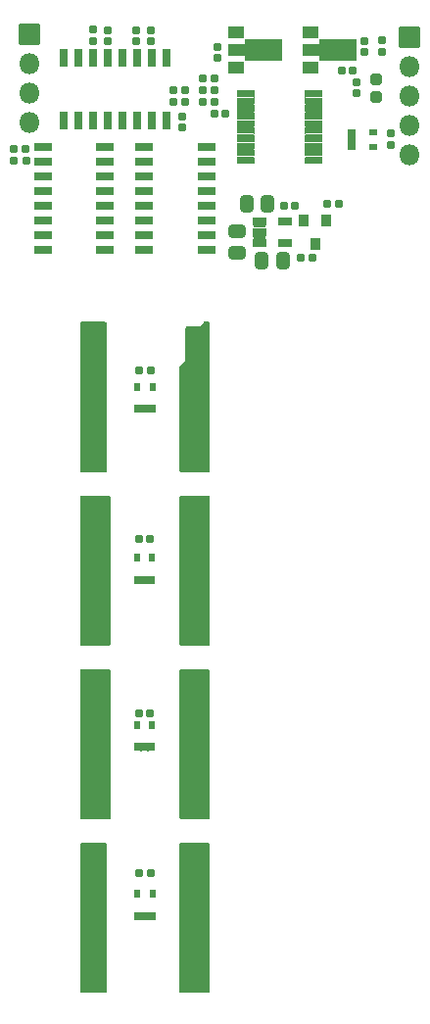
<source format=gbr>
%TF.GenerationSoftware,KiCad,Pcbnew,(6.0.0)*%
%TF.CreationDate,2022-08-23T17:29:19+02:00*%
%TF.ProjectId,TempSpike,54656d70-5370-4696-9b65-2e6b69636164,rev?*%
%TF.SameCoordinates,Original*%
%TF.FileFunction,Soldermask,Top*%
%TF.FilePolarity,Negative*%
%FSLAX46Y46*%
G04 Gerber Fmt 4.6, Leading zero omitted, Abs format (unit mm)*
G04 Created by KiCad (PCBNEW (6.0.0)) date 2022-08-23 17:29:19*
%MOMM*%
%LPD*%
G01*
G04 APERTURE LIST*
G04 Aperture macros list*
%AMRoundRect*
0 Rectangle with rounded corners*
0 $1 Rounding radius*
0 $2 $3 $4 $5 $6 $7 $8 $9 X,Y pos of 4 corners*
0 Add a 4 corners polygon primitive as box body*
4,1,4,$2,$3,$4,$5,$6,$7,$8,$9,$2,$3,0*
0 Add four circle primitives for the rounded corners*
1,1,$1+$1,$2,$3*
1,1,$1+$1,$4,$5*
1,1,$1+$1,$6,$7*
1,1,$1+$1,$8,$9*
0 Add four rect primitives between the rounded corners*
20,1,$1+$1,$2,$3,$4,$5,0*
20,1,$1+$1,$4,$5,$6,$7,0*
20,1,$1+$1,$6,$7,$8,$9,0*
20,1,$1+$1,$8,$9,$2,$3,0*%
%AMFreePoly0*
4,1,21,3.898562,0.902562,3.913500,0.866500,3.913500,-0.866500,3.898562,-0.902562,3.862500,-0.917500,0.737500,-0.917500,0.701438,-0.902562,0.686500,-0.866500,0.686500,-0.501000,-0.737500,-0.501000,-0.773562,-0.486062,-0.788500,-0.450000,-0.788500,0.450000,-0.773562,0.486062,-0.737500,0.501000,0.686500,0.501000,0.686500,0.866500,0.701438,0.902562,0.737500,0.917500,3.862500,0.917500,
3.898562,0.902562,3.898562,0.902562,$1*%
G04 Aperture macros list end*
%ADD10RoundRect,0.051000X-1.000000X-1.000000X1.000000X-1.000000X1.000000X1.000000X-1.000000X1.000000X0*%
%ADD11RoundRect,0.051000X0.200000X-0.325000X0.200000X0.325000X-0.200000X0.325000X-0.200000X-0.325000X0*%
%ADD12RoundRect,0.191000X0.140000X0.170000X-0.140000X0.170000X-0.140000X-0.170000X0.140000X-0.170000X0*%
%ADD13RoundRect,0.186000X0.135000X0.185000X-0.135000X0.185000X-0.135000X-0.185000X0.135000X-0.185000X0*%
%ADD14RoundRect,0.051000X0.750000X0.300000X-0.750000X0.300000X-0.750000X-0.300000X0.750000X-0.300000X0*%
%ADD15RoundRect,0.191000X-0.170000X0.140000X-0.170000X-0.140000X0.170000X-0.140000X0.170000X0.140000X0*%
%ADD16RoundRect,0.191000X0.170000X-0.140000X0.170000X0.140000X-0.170000X0.140000X-0.170000X-0.140000X0*%
%ADD17RoundRect,0.051000X-0.725000X-0.225000X0.725000X-0.225000X0.725000X0.225000X-0.725000X0.225000X0*%
%ADD18RoundRect,0.051000X-0.300000X0.750000X-0.300000X-0.750000X0.300000X-0.750000X0.300000X0.750000X0*%
%ADD19RoundRect,0.191000X-0.140000X-0.170000X0.140000X-0.170000X0.140000X0.170000X-0.140000X0.170000X0*%
%ADD20RoundRect,0.051000X-0.650000X-0.450000X0.650000X-0.450000X0.650000X0.450000X-0.650000X0.450000X0*%
%ADD21FreePoly0,0.000000*%
%ADD22RoundRect,0.186000X-0.135000X-0.185000X0.135000X-0.185000X0.135000X0.185000X-0.135000X0.185000X0*%
%ADD23RoundRect,0.051000X-0.530000X-0.325000X0.530000X-0.325000X0.530000X0.325000X-0.530000X0.325000X0*%
%ADD24RoundRect,0.269750X0.256250X-0.218750X0.256250X0.218750X-0.256250X0.218750X-0.256250X-0.218750X0*%
%ADD25RoundRect,0.051000X-0.400000X0.450000X-0.400000X-0.450000X0.400000X-0.450000X0.400000X0.450000X0*%
%ADD26RoundRect,0.186000X0.185000X-0.135000X0.185000X0.135000X-0.185000X0.135000X-0.185000X-0.135000X0*%
%ADD27RoundRect,0.051000X-0.325000X-0.200000X0.325000X-0.200000X0.325000X0.200000X-0.325000X0.200000X0*%
%ADD28RoundRect,0.051000X-0.850000X-0.850000X0.850000X-0.850000X0.850000X0.850000X-0.850000X0.850000X0*%
%ADD29O,1.802000X1.802000*%
%ADD30RoundRect,0.301000X0.262500X0.450000X-0.262500X0.450000X-0.262500X-0.450000X0.262500X-0.450000X0*%
%ADD31RoundRect,0.301000X-0.262500X-0.450000X0.262500X-0.450000X0.262500X0.450000X-0.262500X0.450000X0*%
%ADD32RoundRect,0.301000X-0.450000X0.262500X-0.450000X-0.262500X0.450000X-0.262500X0.450000X0.262500X0*%
G04 APERTURE END LIST*
D10*
%TO.C,J10*%
X148700000Y-73500000D03*
%TD*%
%TO.C,J3*%
X148500000Y-103500000D03*
%TD*%
%TO.C,J4*%
X148717000Y-117820000D03*
%TD*%
%TO.C,J5*%
X157510000Y-88500000D03*
%TD*%
%TO.C,J6*%
X148500000Y-88500000D03*
%TD*%
%TO.C,J7*%
X157226000Y-117729000D03*
%TD*%
%TO.C,J8*%
X157099000Y-103500000D03*
%TD*%
%TO.C,J9*%
X157400000Y-73500000D03*
%TD*%
D11*
%TO.C,U5*%
X152350000Y-118350000D03*
X153000000Y-118350000D03*
X153650000Y-118350000D03*
X153650000Y-116450000D03*
X152350000Y-116450000D03*
%TD*%
%TO.C,U7*%
X152300000Y-89310000D03*
X152950000Y-89310000D03*
X153600000Y-89310000D03*
X153600000Y-87410000D03*
X152300000Y-87410000D03*
%TD*%
%TO.C,U10*%
X152350000Y-74510000D03*
X153000000Y-74510000D03*
X153650000Y-74510000D03*
X153650000Y-72610000D03*
X152350000Y-72610000D03*
%TD*%
%TO.C,U11*%
X152310000Y-103750000D03*
X152960000Y-103750000D03*
X153610000Y-103750000D03*
X153610000Y-101850000D03*
X152310000Y-101850000D03*
%TD*%
D12*
%TO.C,C9*%
X153480000Y-114600000D03*
X152520000Y-114600000D03*
%TD*%
%TO.C,C12*%
X153430000Y-85800000D03*
X152470000Y-85800000D03*
%TD*%
%TO.C,C14*%
X153440000Y-100800000D03*
X152480000Y-100800000D03*
%TD*%
%TO.C,C13*%
X153480000Y-71200000D03*
X152520000Y-71200000D03*
%TD*%
D13*
%TO.C,R13*%
X169800000Y-56800000D03*
X168780000Y-56800000D03*
%TD*%
D14*
%TO.C,U9*%
X158320000Y-60815000D03*
X158320000Y-59545000D03*
X158320000Y-58275000D03*
X158320000Y-57005000D03*
X158320000Y-55735000D03*
X158320000Y-54465000D03*
X158320000Y-53195000D03*
X158320000Y-51925000D03*
X152920000Y-51925000D03*
X152920000Y-53195000D03*
X152920000Y-54465000D03*
X152920000Y-55735000D03*
X152920000Y-57005000D03*
X152920000Y-58275000D03*
X152920000Y-59545000D03*
X152920000Y-60815000D03*
%TD*%
D12*
%TO.C,C7*%
X159960000Y-49000000D03*
X159000000Y-49000000D03*
%TD*%
D15*
%TO.C,C4*%
X156250000Y-49250000D03*
X156250000Y-50210000D03*
%TD*%
%TO.C,C1*%
X149750000Y-41790000D03*
X149750000Y-42750000D03*
%TD*%
%TO.C,C8*%
X172000000Y-42724500D03*
X172000000Y-43684500D03*
%TD*%
%TO.C,C6*%
X152250000Y-41790000D03*
X152250000Y-42750000D03*
%TD*%
D14*
%TO.C,U8*%
X149570000Y-60815000D03*
X149570000Y-59545000D03*
X149570000Y-58275000D03*
X149570000Y-57005000D03*
X149570000Y-55735000D03*
X149570000Y-54465000D03*
X149570000Y-53195000D03*
X149570000Y-51925000D03*
X144170000Y-51925000D03*
X144170000Y-53195000D03*
X144170000Y-54465000D03*
X144170000Y-55735000D03*
X144170000Y-57005000D03*
X144170000Y-58275000D03*
X144170000Y-59545000D03*
X144170000Y-60815000D03*
%TD*%
D16*
%TO.C,C2*%
X153500000Y-42750000D03*
X153500000Y-41790000D03*
%TD*%
D17*
%TO.C,U4*%
X161690000Y-47230000D03*
X161690000Y-47880000D03*
X161690000Y-48530000D03*
X161690000Y-49180000D03*
X161690000Y-49830000D03*
X161690000Y-50480000D03*
X161690000Y-51130000D03*
X161690000Y-51780000D03*
X161690000Y-52430000D03*
X161690000Y-53080000D03*
X167590000Y-53080000D03*
X167590000Y-52430000D03*
X167590000Y-51780000D03*
X167590000Y-51130000D03*
X167590000Y-50480000D03*
X167590000Y-49830000D03*
X167590000Y-49180000D03*
X167590000Y-48530000D03*
X167590000Y-47880000D03*
X167590000Y-47230000D03*
%TD*%
D18*
%TO.C,U1*%
X154825000Y-44170000D03*
X153555000Y-44170000D03*
X152285000Y-44170000D03*
X151015000Y-44170000D03*
X149745000Y-44170000D03*
X148475000Y-44170000D03*
X147205000Y-44170000D03*
X145935000Y-44170000D03*
X145935000Y-49570000D03*
X147205000Y-49570000D03*
X148475000Y-49570000D03*
X149745000Y-49570000D03*
X151015000Y-49570000D03*
X152285000Y-49570000D03*
X153555000Y-49570000D03*
X154825000Y-49570000D03*
%TD*%
D19*
%TO.C,C5*%
X165000000Y-57000000D03*
X165960000Y-57000000D03*
%TD*%
D16*
%TO.C,C3*%
X148500000Y-42710000D03*
X148500000Y-41750000D03*
%TD*%
D20*
%TO.C,U3*%
X167350000Y-42000000D03*
D21*
X167437500Y-43500000D03*
D20*
X167350000Y-45000000D03*
%TD*%
D22*
%TO.C,R10*%
X155480000Y-47000000D03*
X156500000Y-47000000D03*
%TD*%
D20*
%TO.C,U12*%
X160850000Y-42000000D03*
D21*
X160937500Y-43500000D03*
D20*
X160850000Y-45000000D03*
%TD*%
D23*
%TO.C,U2*%
X162900000Y-58300000D03*
X162900000Y-59250000D03*
X162900000Y-60200000D03*
X165100000Y-60200000D03*
X165100000Y-58300000D03*
%TD*%
D22*
%TO.C,R11*%
X157990000Y-47000000D03*
X159010000Y-47000000D03*
%TD*%
%TO.C,R12*%
X155480000Y-48000000D03*
X156500000Y-48000000D03*
%TD*%
%TO.C,R9*%
X141700000Y-53100000D03*
X142720000Y-53100000D03*
%TD*%
D16*
%TO.C,C11*%
X174250000Y-51710000D03*
X174250000Y-50750000D03*
%TD*%
D24*
%TO.C,D1*%
X172945000Y-47611500D03*
X172945000Y-46036500D03*
%TD*%
D22*
%TO.C,R8*%
X157990000Y-48000000D03*
X159010000Y-48000000D03*
%TD*%
%TO.C,R6*%
X157980000Y-46000000D03*
X159000000Y-46000000D03*
%TD*%
D13*
%TO.C,R4*%
X167500000Y-61500000D03*
X166480000Y-61500000D03*
%TD*%
D25*
%TO.C,Q1*%
X168650000Y-58250000D03*
X166750000Y-58250000D03*
X167700000Y-60250000D03*
%TD*%
D26*
%TO.C,R5*%
X173500000Y-43724000D03*
X173500000Y-42704000D03*
%TD*%
D16*
%TO.C,C10*%
X171250000Y-47277500D03*
X171250000Y-46317500D03*
%TD*%
D22*
%TO.C,R7*%
X141680000Y-52100000D03*
X142700000Y-52100000D03*
%TD*%
D19*
%TO.C,C16*%
X170000000Y-45250000D03*
X170960000Y-45250000D03*
%TD*%
D16*
%TO.C,C15*%
X159250000Y-44210000D03*
X159250000Y-43250000D03*
%TD*%
D27*
%TO.C,U6*%
X170850000Y-50600000D03*
X170850000Y-51250000D03*
X170850000Y-51900000D03*
X172750000Y-51900000D03*
X172750000Y-50600000D03*
%TD*%
D28*
%TO.C,J2*%
X175895000Y-42394000D03*
D29*
X175895000Y-44934000D03*
X175895000Y-47474000D03*
X175895000Y-50014000D03*
X175895000Y-52554000D03*
%TD*%
D28*
%TO.C,J1*%
X143002000Y-42156000D03*
D29*
X143002000Y-44696000D03*
X143002000Y-47236000D03*
X143002000Y-49776000D03*
%TD*%
D30*
%TO.C,R1*%
X163625000Y-56800000D03*
X161800000Y-56800000D03*
%TD*%
D31*
%TO.C,R2*%
X163087500Y-61750000D03*
X164912500Y-61750000D03*
%TD*%
D32*
%TO.C,R3*%
X161000000Y-59175000D03*
X161000000Y-61000000D03*
%TD*%
G36*
X149642121Y-112020002D02*
G01*
X149688614Y-112073658D01*
X149700000Y-112126000D01*
X149700000Y-124874000D01*
X149679998Y-124942121D01*
X149626342Y-124988614D01*
X149574000Y-125000000D01*
X147526000Y-125000000D01*
X147457879Y-124979998D01*
X147411386Y-124926342D01*
X147400000Y-124874000D01*
X147400000Y-112126000D01*
X147420002Y-112057879D01*
X147473658Y-112011386D01*
X147526000Y-112000000D01*
X149574000Y-112000000D01*
X149642121Y-112020002D01*
G37*
G36*
X158542121Y-82020002D02*
G01*
X158588614Y-82073658D01*
X158600000Y-82126000D01*
X158600000Y-94874000D01*
X158579998Y-94942121D01*
X158526342Y-94988614D01*
X158474000Y-95000000D01*
X156126000Y-95000000D01*
X156057879Y-94979998D01*
X156011386Y-94926342D01*
X156000000Y-94874000D01*
X156000000Y-82126000D01*
X156020002Y-82057879D01*
X156073658Y-82011386D01*
X156126000Y-82000000D01*
X158474000Y-82000000D01*
X158542121Y-82020002D01*
G37*
G36*
X158542121Y-97020002D02*
G01*
X158588614Y-97073658D01*
X158600000Y-97126000D01*
X158600000Y-109874000D01*
X158579998Y-109942121D01*
X158526342Y-109988614D01*
X158474000Y-110000000D01*
X156126000Y-110000000D01*
X156057879Y-109979998D01*
X156011386Y-109926342D01*
X156000000Y-109874000D01*
X156000000Y-97126000D01*
X156020002Y-97057879D01*
X156073658Y-97011386D01*
X156126000Y-97000000D01*
X158474000Y-97000000D01*
X158542121Y-97020002D01*
G37*
G36*
X158542121Y-112020002D02*
G01*
X158588614Y-112073658D01*
X158600000Y-112126000D01*
X158600000Y-124874000D01*
X158579998Y-124942121D01*
X158526342Y-124988614D01*
X158474000Y-125000000D01*
X156126000Y-125000000D01*
X156057879Y-124979998D01*
X156011386Y-124926342D01*
X156000000Y-124874000D01*
X156000000Y-112126000D01*
X156020002Y-112057879D01*
X156073658Y-112011386D01*
X156126000Y-112000000D01*
X158474000Y-112000000D01*
X158542121Y-112020002D01*
G37*
G36*
X149942121Y-97020002D02*
G01*
X149988614Y-97073658D01*
X150000000Y-97126000D01*
X150000000Y-109874000D01*
X149979998Y-109942121D01*
X149926342Y-109988614D01*
X149874000Y-110000000D01*
X147526000Y-110000000D01*
X147457879Y-109979998D01*
X147411386Y-109926342D01*
X147400000Y-109874000D01*
X147400000Y-97126000D01*
X147420002Y-97057879D01*
X147473658Y-97011386D01*
X147526000Y-97000000D01*
X149874000Y-97000000D01*
X149942121Y-97020002D01*
G37*
G36*
X149942121Y-82020002D02*
G01*
X149988614Y-82073658D01*
X150000000Y-82126000D01*
X150000000Y-94874000D01*
X149979998Y-94942121D01*
X149926342Y-94988614D01*
X149874000Y-95000000D01*
X147526000Y-95000000D01*
X147457879Y-94979998D01*
X147411386Y-94926342D01*
X147400000Y-94874000D01*
X147400000Y-82126000D01*
X147420002Y-82057879D01*
X147473658Y-82011386D01*
X147526000Y-82000000D01*
X149874000Y-82000000D01*
X149942121Y-82020002D01*
G37*
G36*
X149642121Y-67020002D02*
G01*
X149688614Y-67073658D01*
X149700000Y-67126000D01*
X149700000Y-79874000D01*
X149679998Y-79942121D01*
X149626342Y-79988614D01*
X149574000Y-80000000D01*
X147526000Y-80000000D01*
X147457879Y-79979998D01*
X147411386Y-79926342D01*
X147400000Y-79874000D01*
X147400000Y-67126000D01*
X147420002Y-67057879D01*
X147473658Y-67011386D01*
X147526000Y-67000000D01*
X149574000Y-67000000D01*
X149642121Y-67020002D01*
G37*
G36*
X158542121Y-67020002D02*
G01*
X158588614Y-67073658D01*
X158600000Y-67126000D01*
X158600000Y-79874000D01*
X158579998Y-79942121D01*
X158526342Y-79988614D01*
X158474000Y-80000000D01*
X156126000Y-80000000D01*
X156057879Y-79979998D01*
X156011386Y-79926342D01*
X156000000Y-79874000D01*
X156000000Y-70852190D01*
X156020002Y-70784069D01*
X156036905Y-70763095D01*
X156487188Y-70312812D01*
X156500000Y-70289350D01*
X156500000Y-67526000D01*
X156520002Y-67457879D01*
X156573658Y-67411386D01*
X156626000Y-67400000D01*
X157681885Y-67400000D01*
X157707530Y-67392470D01*
X158063095Y-67036905D01*
X158125407Y-67002879D01*
X158152190Y-67000000D01*
X158474000Y-67000000D01*
X158542121Y-67020002D01*
G37*
G36*
X153240660Y-117992493D02*
G01*
X153254452Y-118001709D01*
X153255615Y-117999969D01*
X153257409Y-117999084D01*
X153258560Y-117999545D01*
X153275952Y-118014078D01*
X153344670Y-118022704D01*
X153392288Y-117999918D01*
X153394282Y-118000072D01*
X153394814Y-118000611D01*
X153395548Y-118001709D01*
X153409340Y-117992493D01*
X153411336Y-117992362D01*
X153412447Y-117994025D01*
X153412114Y-117995267D01*
X153404767Y-118006262D01*
X153401000Y-118025199D01*
X153401000Y-118674801D01*
X153404767Y-118693738D01*
X153412114Y-118704733D01*
X153412245Y-118706729D01*
X153410582Y-118707840D01*
X153409340Y-118707507D01*
X153395548Y-118698291D01*
X153394385Y-118700031D01*
X153392591Y-118700916D01*
X153391440Y-118700455D01*
X153374048Y-118685922D01*
X153305330Y-118677296D01*
X153257712Y-118700082D01*
X153255718Y-118699928D01*
X153255186Y-118699389D01*
X153254452Y-118698291D01*
X153240660Y-118707507D01*
X153238664Y-118707638D01*
X153237553Y-118705975D01*
X153237886Y-118704733D01*
X153245233Y-118693738D01*
X153249000Y-118674801D01*
X153249000Y-118025199D01*
X153245233Y-118006262D01*
X153237886Y-117995267D01*
X153237755Y-117993271D01*
X153239418Y-117992160D01*
X153240660Y-117992493D01*
G37*
G36*
X152590660Y-117992493D02*
G01*
X152604452Y-118001709D01*
X152605615Y-117999969D01*
X152607409Y-117999084D01*
X152608560Y-117999545D01*
X152625952Y-118014078D01*
X152694670Y-118022704D01*
X152742288Y-117999918D01*
X152744282Y-118000072D01*
X152744814Y-118000611D01*
X152745548Y-118001709D01*
X152759340Y-117992493D01*
X152761336Y-117992362D01*
X152762447Y-117994025D01*
X152762114Y-117995267D01*
X152754767Y-118006262D01*
X152751000Y-118025199D01*
X152751000Y-118674801D01*
X152754767Y-118693738D01*
X152762114Y-118704733D01*
X152762245Y-118706729D01*
X152760582Y-118707840D01*
X152759340Y-118707507D01*
X152745548Y-118698291D01*
X152744385Y-118700031D01*
X152742591Y-118700916D01*
X152741440Y-118700455D01*
X152724048Y-118685922D01*
X152655330Y-118677296D01*
X152607712Y-118700082D01*
X152605718Y-118699928D01*
X152605186Y-118699389D01*
X152604452Y-118698291D01*
X152590660Y-118707507D01*
X152588664Y-118707638D01*
X152587553Y-118705975D01*
X152587886Y-118704733D01*
X152595233Y-118693738D01*
X152599000Y-118674801D01*
X152599000Y-118025199D01*
X152595233Y-118006262D01*
X152587886Y-117995267D01*
X152587755Y-117993271D01*
X152589418Y-117992160D01*
X152590660Y-117992493D01*
G37*
G36*
X152550660Y-103392493D02*
G01*
X152564452Y-103401709D01*
X152565615Y-103399969D01*
X152567409Y-103399084D01*
X152568560Y-103399545D01*
X152585952Y-103414078D01*
X152654670Y-103422704D01*
X152702288Y-103399918D01*
X152704282Y-103400072D01*
X152704814Y-103400611D01*
X152705548Y-103401709D01*
X152719340Y-103392493D01*
X152721336Y-103392362D01*
X152722447Y-103394025D01*
X152722114Y-103395267D01*
X152714767Y-103406262D01*
X152711000Y-103425199D01*
X152711000Y-104074801D01*
X152714767Y-104093738D01*
X152722114Y-104104733D01*
X152722245Y-104106729D01*
X152720582Y-104107840D01*
X152719340Y-104107507D01*
X152705548Y-104098291D01*
X152704385Y-104100031D01*
X152702591Y-104100916D01*
X152701440Y-104100455D01*
X152684048Y-104085922D01*
X152615330Y-104077296D01*
X152567712Y-104100082D01*
X152565718Y-104099928D01*
X152565186Y-104099389D01*
X152564452Y-104098291D01*
X152550660Y-104107507D01*
X152548664Y-104107638D01*
X152547553Y-104105975D01*
X152547886Y-104104733D01*
X152555233Y-104093738D01*
X152559000Y-104074801D01*
X152559000Y-103425199D01*
X152555233Y-103406262D01*
X152547886Y-103395267D01*
X152547755Y-103393271D01*
X152549418Y-103392160D01*
X152550660Y-103392493D01*
G37*
G36*
X153200660Y-103392493D02*
G01*
X153214452Y-103401709D01*
X153215615Y-103399969D01*
X153217409Y-103399084D01*
X153218560Y-103399545D01*
X153235952Y-103414078D01*
X153304670Y-103422704D01*
X153352288Y-103399918D01*
X153354282Y-103400072D01*
X153354814Y-103400611D01*
X153355548Y-103401709D01*
X153369340Y-103392493D01*
X153371336Y-103392362D01*
X153372447Y-103394025D01*
X153372114Y-103395267D01*
X153364767Y-103406262D01*
X153361000Y-103425199D01*
X153361000Y-104074801D01*
X153364767Y-104093738D01*
X153372114Y-104104733D01*
X153372245Y-104106729D01*
X153370582Y-104107840D01*
X153369340Y-104107507D01*
X153355548Y-104098291D01*
X153354385Y-104100031D01*
X153352591Y-104100916D01*
X153351440Y-104100455D01*
X153334048Y-104085922D01*
X153265330Y-104077296D01*
X153217712Y-104100082D01*
X153215718Y-104099928D01*
X153215186Y-104099389D01*
X153214452Y-104098291D01*
X153200660Y-104107507D01*
X153198664Y-104107638D01*
X153197553Y-104105975D01*
X153197886Y-104104733D01*
X153205233Y-104093738D01*
X153209000Y-104074801D01*
X153209000Y-103425199D01*
X153205233Y-103406262D01*
X153197886Y-103395267D01*
X153197755Y-103393271D01*
X153199418Y-103392160D01*
X153200660Y-103392493D01*
G37*
G36*
X153190660Y-88952493D02*
G01*
X153204452Y-88961709D01*
X153205615Y-88959969D01*
X153207409Y-88959084D01*
X153208560Y-88959545D01*
X153225952Y-88974078D01*
X153294670Y-88982704D01*
X153342288Y-88959918D01*
X153344282Y-88960072D01*
X153344814Y-88960611D01*
X153345548Y-88961709D01*
X153359340Y-88952493D01*
X153361336Y-88952362D01*
X153362447Y-88954025D01*
X153362114Y-88955267D01*
X153354767Y-88966262D01*
X153351000Y-88985199D01*
X153351000Y-89634801D01*
X153354767Y-89653738D01*
X153362114Y-89664733D01*
X153362245Y-89666729D01*
X153360582Y-89667840D01*
X153359340Y-89667507D01*
X153345548Y-89658291D01*
X153344385Y-89660031D01*
X153342591Y-89660916D01*
X153341440Y-89660455D01*
X153324048Y-89645922D01*
X153255330Y-89637296D01*
X153207712Y-89660082D01*
X153205718Y-89659928D01*
X153205186Y-89659389D01*
X153204452Y-89658291D01*
X153190660Y-89667507D01*
X153188664Y-89667638D01*
X153187553Y-89665975D01*
X153187886Y-89664733D01*
X153195233Y-89653738D01*
X153199000Y-89634801D01*
X153199000Y-88985199D01*
X153195233Y-88966262D01*
X153187886Y-88955267D01*
X153187755Y-88953271D01*
X153189418Y-88952160D01*
X153190660Y-88952493D01*
G37*
G36*
X152540660Y-88952493D02*
G01*
X152554452Y-88961709D01*
X152555615Y-88959969D01*
X152557409Y-88959084D01*
X152558560Y-88959545D01*
X152575952Y-88974078D01*
X152644670Y-88982704D01*
X152692288Y-88959918D01*
X152694282Y-88960072D01*
X152694814Y-88960611D01*
X152695548Y-88961709D01*
X152709340Y-88952493D01*
X152711336Y-88952362D01*
X152712447Y-88954025D01*
X152712114Y-88955267D01*
X152704767Y-88966262D01*
X152701000Y-88985199D01*
X152701000Y-89634801D01*
X152704767Y-89653738D01*
X152712114Y-89664733D01*
X152712245Y-89666729D01*
X152710582Y-89667840D01*
X152709340Y-89667507D01*
X152695548Y-89658291D01*
X152694385Y-89660031D01*
X152692591Y-89660916D01*
X152691440Y-89660455D01*
X152674048Y-89645922D01*
X152605330Y-89637296D01*
X152557712Y-89660082D01*
X152555718Y-89659928D01*
X152555186Y-89659389D01*
X152554452Y-89658291D01*
X152540660Y-89667507D01*
X152538664Y-89667638D01*
X152537553Y-89665975D01*
X152537886Y-89664733D01*
X152545233Y-89653738D01*
X152549000Y-89634801D01*
X152549000Y-88985199D01*
X152545233Y-88966262D01*
X152537886Y-88955267D01*
X152537755Y-88953271D01*
X152539418Y-88952160D01*
X152540660Y-88952493D01*
G37*
G36*
X153240660Y-74152493D02*
G01*
X153254452Y-74161709D01*
X153255615Y-74159969D01*
X153257409Y-74159084D01*
X153258560Y-74159545D01*
X153275952Y-74174078D01*
X153344670Y-74182704D01*
X153392288Y-74159918D01*
X153394282Y-74160072D01*
X153394814Y-74160611D01*
X153395548Y-74161709D01*
X153409340Y-74152493D01*
X153411336Y-74152362D01*
X153412447Y-74154025D01*
X153412114Y-74155267D01*
X153404767Y-74166262D01*
X153401000Y-74185199D01*
X153401000Y-74834801D01*
X153404767Y-74853738D01*
X153412114Y-74864733D01*
X153412245Y-74866729D01*
X153410582Y-74867840D01*
X153409340Y-74867507D01*
X153395548Y-74858291D01*
X153394385Y-74860031D01*
X153392591Y-74860916D01*
X153391440Y-74860455D01*
X153374048Y-74845922D01*
X153305330Y-74837296D01*
X153257712Y-74860082D01*
X153255718Y-74859928D01*
X153255186Y-74859389D01*
X153254452Y-74858291D01*
X153240660Y-74867507D01*
X153238664Y-74867638D01*
X153237553Y-74865975D01*
X153237886Y-74864733D01*
X153245233Y-74853738D01*
X153249000Y-74834801D01*
X153249000Y-74185199D01*
X153245233Y-74166262D01*
X153237886Y-74155267D01*
X153237755Y-74153271D01*
X153239418Y-74152160D01*
X153240660Y-74152493D01*
G37*
G36*
X152590660Y-74152493D02*
G01*
X152604452Y-74161709D01*
X152605615Y-74159969D01*
X152607409Y-74159084D01*
X152608560Y-74159545D01*
X152625952Y-74174078D01*
X152694670Y-74182704D01*
X152742288Y-74159918D01*
X152744282Y-74160072D01*
X152744814Y-74160611D01*
X152745548Y-74161709D01*
X152759340Y-74152493D01*
X152761336Y-74152362D01*
X152762447Y-74154025D01*
X152762114Y-74155267D01*
X152754767Y-74166262D01*
X152751000Y-74185199D01*
X152751000Y-74834801D01*
X152754767Y-74853738D01*
X152762114Y-74864733D01*
X152762245Y-74866729D01*
X152760582Y-74867840D01*
X152759340Y-74867507D01*
X152745548Y-74858291D01*
X152744385Y-74860031D01*
X152742591Y-74860916D01*
X152741440Y-74860455D01*
X152724048Y-74845922D01*
X152655330Y-74837296D01*
X152607712Y-74860082D01*
X152605718Y-74859928D01*
X152605186Y-74859389D01*
X152604452Y-74858291D01*
X152590660Y-74867507D01*
X152588664Y-74867638D01*
X152587553Y-74865975D01*
X152587886Y-74864733D01*
X152595233Y-74853738D01*
X152599000Y-74834801D01*
X152599000Y-74185199D01*
X152595233Y-74166262D01*
X152587886Y-74155267D01*
X152587755Y-74153271D01*
X152589418Y-74152160D01*
X152590660Y-74152493D01*
G37*
G36*
X163446668Y-59621665D02*
G01*
X163447058Y-59623627D01*
X163446699Y-59624267D01*
X163403511Y-59675946D01*
X163394880Y-59744661D01*
X163424844Y-59807291D01*
X163445682Y-59825348D01*
X163446336Y-59827238D01*
X163445026Y-59828749D01*
X163443982Y-59828821D01*
X163429801Y-59826000D01*
X162370199Y-59826000D01*
X162355226Y-59828978D01*
X162353332Y-59828335D01*
X162352942Y-59826373D01*
X162353301Y-59825733D01*
X162396489Y-59774054D01*
X162405120Y-59705339D01*
X162375156Y-59642709D01*
X162354318Y-59624652D01*
X162353664Y-59622762D01*
X162354974Y-59621251D01*
X162356018Y-59621179D01*
X162370199Y-59624000D01*
X163429801Y-59624000D01*
X163444774Y-59621022D01*
X163446668Y-59621665D01*
G37*
G36*
X163446668Y-58671665D02*
G01*
X163447058Y-58673627D01*
X163446699Y-58674267D01*
X163403511Y-58725946D01*
X163394880Y-58794661D01*
X163424844Y-58857291D01*
X163445682Y-58875348D01*
X163446336Y-58877238D01*
X163445026Y-58878749D01*
X163443982Y-58878821D01*
X163429801Y-58876000D01*
X162370199Y-58876000D01*
X162355226Y-58878978D01*
X162353332Y-58878335D01*
X162352942Y-58876373D01*
X162353301Y-58875733D01*
X162396489Y-58824054D01*
X162405120Y-58755339D01*
X162375156Y-58692709D01*
X162354318Y-58674652D01*
X162353664Y-58672762D01*
X162354974Y-58671251D01*
X162356018Y-58671179D01*
X162370199Y-58674000D01*
X163429801Y-58674000D01*
X163444774Y-58671022D01*
X163446668Y-58671665D01*
G37*
G36*
X160931075Y-52690084D02*
G01*
X160946263Y-52700233D01*
X160965199Y-52704000D01*
X162414801Y-52704000D01*
X162433738Y-52700233D01*
X162448773Y-52690186D01*
X162450768Y-52690055D01*
X162451880Y-52691718D01*
X162451793Y-52692447D01*
X162432898Y-52752788D01*
X162451955Y-52817690D01*
X162451483Y-52819633D01*
X162449564Y-52820197D01*
X162448925Y-52819916D01*
X162433737Y-52809767D01*
X162414801Y-52806000D01*
X160965199Y-52806000D01*
X160946262Y-52809767D01*
X160931227Y-52819814D01*
X160929232Y-52819945D01*
X160928120Y-52818282D01*
X160928207Y-52817553D01*
X160947102Y-52757212D01*
X160928045Y-52692310D01*
X160928517Y-52690367D01*
X160930436Y-52689803D01*
X160931075Y-52690084D01*
G37*
G36*
X166831075Y-52690084D02*
G01*
X166846263Y-52700233D01*
X166865199Y-52704000D01*
X168314801Y-52704000D01*
X168333738Y-52700233D01*
X168348773Y-52690186D01*
X168350768Y-52690055D01*
X168351880Y-52691718D01*
X168351793Y-52692447D01*
X168332898Y-52752788D01*
X168351955Y-52817690D01*
X168351483Y-52819633D01*
X168349564Y-52820197D01*
X168348925Y-52819916D01*
X168333737Y-52809767D01*
X168314801Y-52806000D01*
X166865199Y-52806000D01*
X166846262Y-52809767D01*
X166831227Y-52819814D01*
X166829232Y-52819945D01*
X166828120Y-52818282D01*
X166828207Y-52817553D01*
X166847102Y-52757212D01*
X166828045Y-52692310D01*
X166828517Y-52690367D01*
X166830436Y-52689803D01*
X166831075Y-52690084D01*
G37*
G36*
X166831075Y-52040084D02*
G01*
X166846263Y-52050233D01*
X166865199Y-52054000D01*
X168314801Y-52054000D01*
X168333738Y-52050233D01*
X168348773Y-52040186D01*
X168350768Y-52040055D01*
X168351880Y-52041718D01*
X168351793Y-52042447D01*
X168332898Y-52102788D01*
X168351955Y-52167690D01*
X168351483Y-52169633D01*
X168349564Y-52170197D01*
X168348925Y-52169916D01*
X168333737Y-52159767D01*
X168314801Y-52156000D01*
X166865199Y-52156000D01*
X166846262Y-52159767D01*
X166831227Y-52169814D01*
X166829232Y-52169945D01*
X166828120Y-52168282D01*
X166828207Y-52167553D01*
X166847102Y-52107212D01*
X166828045Y-52042310D01*
X166828517Y-52040367D01*
X166830436Y-52039803D01*
X166831075Y-52040084D01*
G37*
G36*
X160931075Y-52040084D02*
G01*
X160946263Y-52050233D01*
X160965199Y-52054000D01*
X162414801Y-52054000D01*
X162433738Y-52050233D01*
X162448773Y-52040186D01*
X162450768Y-52040055D01*
X162451880Y-52041718D01*
X162451793Y-52042447D01*
X162432898Y-52102788D01*
X162451955Y-52167690D01*
X162451483Y-52169633D01*
X162449564Y-52170197D01*
X162448925Y-52169916D01*
X162433737Y-52159767D01*
X162414801Y-52156000D01*
X160965199Y-52156000D01*
X160946262Y-52159767D01*
X160931227Y-52169814D01*
X160929232Y-52169945D01*
X160928120Y-52168282D01*
X160928207Y-52167553D01*
X160947102Y-52107212D01*
X160928045Y-52042310D01*
X160928517Y-52040367D01*
X160930436Y-52039803D01*
X160931075Y-52040084D01*
G37*
G36*
X170495267Y-51487886D02*
G01*
X170506262Y-51495233D01*
X170525199Y-51499000D01*
X171174801Y-51499000D01*
X171193738Y-51495233D01*
X171204733Y-51487886D01*
X171206729Y-51487755D01*
X171207840Y-51489418D01*
X171207507Y-51490660D01*
X171198291Y-51504452D01*
X171200031Y-51505615D01*
X171200916Y-51507409D01*
X171200455Y-51508560D01*
X171185922Y-51525952D01*
X171177296Y-51594670D01*
X171200082Y-51642288D01*
X171199928Y-51644282D01*
X171199389Y-51644814D01*
X171198291Y-51645548D01*
X171207507Y-51659340D01*
X171207638Y-51661336D01*
X171205975Y-51662447D01*
X171204733Y-51662114D01*
X171193738Y-51654767D01*
X171174801Y-51651000D01*
X170525199Y-51651000D01*
X170506262Y-51654767D01*
X170495267Y-51662114D01*
X170493271Y-51662245D01*
X170492160Y-51660582D01*
X170492493Y-51659340D01*
X170501709Y-51645548D01*
X170499969Y-51644385D01*
X170499084Y-51642591D01*
X170499545Y-51641440D01*
X170514078Y-51624048D01*
X170522704Y-51555330D01*
X170499918Y-51507712D01*
X170500072Y-51505718D01*
X170500611Y-51505186D01*
X170501709Y-51504452D01*
X170492493Y-51490660D01*
X170492362Y-51488664D01*
X170494025Y-51487553D01*
X170495267Y-51487886D01*
G37*
G36*
X160931075Y-51390084D02*
G01*
X160946263Y-51400233D01*
X160965199Y-51404000D01*
X162414801Y-51404000D01*
X162433738Y-51400233D01*
X162448773Y-51390186D01*
X162450768Y-51390055D01*
X162451880Y-51391718D01*
X162451793Y-51392447D01*
X162432898Y-51452788D01*
X162451955Y-51517690D01*
X162451483Y-51519633D01*
X162449564Y-51520197D01*
X162448925Y-51519916D01*
X162433737Y-51509767D01*
X162414801Y-51506000D01*
X160965199Y-51506000D01*
X160946262Y-51509767D01*
X160931227Y-51519814D01*
X160929232Y-51519945D01*
X160928120Y-51518282D01*
X160928207Y-51517553D01*
X160947102Y-51457212D01*
X160928045Y-51392310D01*
X160928517Y-51390367D01*
X160930436Y-51389803D01*
X160931075Y-51390084D01*
G37*
G36*
X166831075Y-51390084D02*
G01*
X166846263Y-51400233D01*
X166865199Y-51404000D01*
X168314801Y-51404000D01*
X168333738Y-51400233D01*
X168348773Y-51390186D01*
X168350768Y-51390055D01*
X168351880Y-51391718D01*
X168351793Y-51392447D01*
X168332898Y-51452788D01*
X168351955Y-51517690D01*
X168351483Y-51519633D01*
X168349564Y-51520197D01*
X168348925Y-51519916D01*
X168333737Y-51509767D01*
X168314801Y-51506000D01*
X166865199Y-51506000D01*
X166846262Y-51509767D01*
X166831227Y-51519814D01*
X166829232Y-51519945D01*
X166828120Y-51518282D01*
X166828207Y-51517553D01*
X166847102Y-51457212D01*
X166828045Y-51392310D01*
X166828517Y-51390367D01*
X166830436Y-51389803D01*
X166831075Y-51390084D01*
G37*
G36*
X170495267Y-50837886D02*
G01*
X170506262Y-50845233D01*
X170525199Y-50849000D01*
X171174801Y-50849000D01*
X171193738Y-50845233D01*
X171204733Y-50837886D01*
X171206729Y-50837755D01*
X171207840Y-50839418D01*
X171207507Y-50840660D01*
X171198291Y-50854452D01*
X171200031Y-50855615D01*
X171200916Y-50857409D01*
X171200455Y-50858560D01*
X171185922Y-50875952D01*
X171177296Y-50944670D01*
X171200082Y-50992288D01*
X171199928Y-50994282D01*
X171199389Y-50994814D01*
X171198291Y-50995548D01*
X171207507Y-51009340D01*
X171207638Y-51011336D01*
X171205975Y-51012447D01*
X171204733Y-51012114D01*
X171193738Y-51004767D01*
X171174801Y-51001000D01*
X170525199Y-51001000D01*
X170506262Y-51004767D01*
X170495267Y-51012114D01*
X170493271Y-51012245D01*
X170492160Y-51010582D01*
X170492493Y-51009340D01*
X170501709Y-50995548D01*
X170499969Y-50994385D01*
X170499084Y-50992591D01*
X170499545Y-50991440D01*
X170514078Y-50974048D01*
X170522704Y-50905330D01*
X170499918Y-50857712D01*
X170500072Y-50855718D01*
X170500611Y-50855186D01*
X170501709Y-50854452D01*
X170492493Y-50840660D01*
X170492362Y-50838664D01*
X170494025Y-50837553D01*
X170495267Y-50837886D01*
G37*
G36*
X160931075Y-50740084D02*
G01*
X160946263Y-50750233D01*
X160965199Y-50754000D01*
X162414801Y-50754000D01*
X162433738Y-50750233D01*
X162448773Y-50740186D01*
X162450768Y-50740055D01*
X162451880Y-50741718D01*
X162451793Y-50742447D01*
X162432898Y-50802788D01*
X162451955Y-50867690D01*
X162451483Y-50869633D01*
X162449564Y-50870197D01*
X162448925Y-50869916D01*
X162433737Y-50859767D01*
X162414801Y-50856000D01*
X160965199Y-50856000D01*
X160946262Y-50859767D01*
X160931227Y-50869814D01*
X160929232Y-50869945D01*
X160928120Y-50868282D01*
X160928207Y-50867553D01*
X160947102Y-50807212D01*
X160928045Y-50742310D01*
X160928517Y-50740367D01*
X160930436Y-50739803D01*
X160931075Y-50740084D01*
G37*
G36*
X166831075Y-50740084D02*
G01*
X166846263Y-50750233D01*
X166865199Y-50754000D01*
X168314801Y-50754000D01*
X168333738Y-50750233D01*
X168348773Y-50740186D01*
X168350768Y-50740055D01*
X168351880Y-50741718D01*
X168351793Y-50742447D01*
X168332898Y-50802788D01*
X168351955Y-50867690D01*
X168351483Y-50869633D01*
X168349564Y-50870197D01*
X168348925Y-50869916D01*
X168333737Y-50859767D01*
X168314801Y-50856000D01*
X166865199Y-50856000D01*
X166846262Y-50859767D01*
X166831227Y-50869814D01*
X166829232Y-50869945D01*
X166828120Y-50868282D01*
X166828207Y-50867553D01*
X166847102Y-50807212D01*
X166828045Y-50742310D01*
X166828517Y-50740367D01*
X166830436Y-50739803D01*
X166831075Y-50740084D01*
G37*
G36*
X166831075Y-50090084D02*
G01*
X166846263Y-50100233D01*
X166865199Y-50104000D01*
X168314801Y-50104000D01*
X168333738Y-50100233D01*
X168348773Y-50090186D01*
X168350768Y-50090055D01*
X168351880Y-50091718D01*
X168351793Y-50092447D01*
X168332898Y-50152788D01*
X168351955Y-50217690D01*
X168351483Y-50219633D01*
X168349564Y-50220197D01*
X168348925Y-50219916D01*
X168333737Y-50209767D01*
X168314801Y-50206000D01*
X166865199Y-50206000D01*
X166846262Y-50209767D01*
X166831227Y-50219814D01*
X166829232Y-50219945D01*
X166828120Y-50218282D01*
X166828207Y-50217553D01*
X166847102Y-50157212D01*
X166828045Y-50092310D01*
X166828517Y-50090367D01*
X166830436Y-50089803D01*
X166831075Y-50090084D01*
G37*
G36*
X160931075Y-50090084D02*
G01*
X160946263Y-50100233D01*
X160965199Y-50104000D01*
X162414801Y-50104000D01*
X162433738Y-50100233D01*
X162448773Y-50090186D01*
X162450768Y-50090055D01*
X162451880Y-50091718D01*
X162451793Y-50092447D01*
X162432898Y-50152788D01*
X162451955Y-50217690D01*
X162451483Y-50219633D01*
X162449564Y-50220197D01*
X162448925Y-50219916D01*
X162433737Y-50209767D01*
X162414801Y-50206000D01*
X160965199Y-50206000D01*
X160946262Y-50209767D01*
X160931227Y-50219814D01*
X160929232Y-50219945D01*
X160928120Y-50218282D01*
X160928207Y-50217553D01*
X160947102Y-50157212D01*
X160928045Y-50092310D01*
X160928517Y-50090367D01*
X160930436Y-50089803D01*
X160931075Y-50090084D01*
G37*
G36*
X166831075Y-49440084D02*
G01*
X166846263Y-49450233D01*
X166865199Y-49454000D01*
X168314801Y-49454000D01*
X168333738Y-49450233D01*
X168348773Y-49440186D01*
X168350768Y-49440055D01*
X168351880Y-49441718D01*
X168351793Y-49442447D01*
X168332898Y-49502788D01*
X168351955Y-49567690D01*
X168351483Y-49569633D01*
X168349564Y-49570197D01*
X168348925Y-49569916D01*
X168333737Y-49559767D01*
X168314801Y-49556000D01*
X166865199Y-49556000D01*
X166846262Y-49559767D01*
X166831227Y-49569814D01*
X166829232Y-49569945D01*
X166828120Y-49568282D01*
X166828207Y-49567553D01*
X166847102Y-49507212D01*
X166828045Y-49442310D01*
X166828517Y-49440367D01*
X166830436Y-49439803D01*
X166831075Y-49440084D01*
G37*
G36*
X160931075Y-49440084D02*
G01*
X160946263Y-49450233D01*
X160965199Y-49454000D01*
X162414801Y-49454000D01*
X162433738Y-49450233D01*
X162448773Y-49440186D01*
X162450768Y-49440055D01*
X162451880Y-49441718D01*
X162451793Y-49442447D01*
X162432898Y-49502788D01*
X162451955Y-49567690D01*
X162451483Y-49569633D01*
X162449564Y-49570197D01*
X162448925Y-49569916D01*
X162433737Y-49559767D01*
X162414801Y-49556000D01*
X160965199Y-49556000D01*
X160946262Y-49559767D01*
X160931227Y-49569814D01*
X160929232Y-49569945D01*
X160928120Y-49568282D01*
X160928207Y-49567553D01*
X160947102Y-49507212D01*
X160928045Y-49442310D01*
X160928517Y-49440367D01*
X160930436Y-49439803D01*
X160931075Y-49440084D01*
G37*
G36*
X166831075Y-48790084D02*
G01*
X166846263Y-48800233D01*
X166865199Y-48804000D01*
X168314801Y-48804000D01*
X168333738Y-48800233D01*
X168348773Y-48790186D01*
X168350768Y-48790055D01*
X168351880Y-48791718D01*
X168351793Y-48792447D01*
X168332898Y-48852788D01*
X168351955Y-48917690D01*
X168351483Y-48919633D01*
X168349564Y-48920197D01*
X168348925Y-48919916D01*
X168333737Y-48909767D01*
X168314801Y-48906000D01*
X166865199Y-48906000D01*
X166846262Y-48909767D01*
X166831227Y-48919814D01*
X166829232Y-48919945D01*
X166828120Y-48918282D01*
X166828207Y-48917553D01*
X166847102Y-48857212D01*
X166828045Y-48792310D01*
X166828517Y-48790367D01*
X166830436Y-48789803D01*
X166831075Y-48790084D01*
G37*
G36*
X160931075Y-48790084D02*
G01*
X160946263Y-48800233D01*
X160965199Y-48804000D01*
X162414801Y-48804000D01*
X162433738Y-48800233D01*
X162448773Y-48790186D01*
X162450768Y-48790055D01*
X162451880Y-48791718D01*
X162451793Y-48792447D01*
X162432898Y-48852788D01*
X162451955Y-48917690D01*
X162451483Y-48919633D01*
X162449564Y-48920197D01*
X162448925Y-48919916D01*
X162433737Y-48909767D01*
X162414801Y-48906000D01*
X160965199Y-48906000D01*
X160946262Y-48909767D01*
X160931227Y-48919814D01*
X160929232Y-48919945D01*
X160928120Y-48918282D01*
X160928207Y-48917553D01*
X160947102Y-48857212D01*
X160928045Y-48792310D01*
X160928517Y-48790367D01*
X160930436Y-48789803D01*
X160931075Y-48790084D01*
G37*
G36*
X166831075Y-48140084D02*
G01*
X166846263Y-48150233D01*
X166865199Y-48154000D01*
X168314801Y-48154000D01*
X168333738Y-48150233D01*
X168348773Y-48140186D01*
X168350768Y-48140055D01*
X168351880Y-48141718D01*
X168351793Y-48142447D01*
X168332898Y-48202788D01*
X168351955Y-48267690D01*
X168351483Y-48269633D01*
X168349564Y-48270197D01*
X168348925Y-48269916D01*
X168333737Y-48259767D01*
X168314801Y-48256000D01*
X166865199Y-48256000D01*
X166846262Y-48259767D01*
X166831227Y-48269814D01*
X166829232Y-48269945D01*
X166828120Y-48268282D01*
X166828207Y-48267553D01*
X166847102Y-48207212D01*
X166828045Y-48142310D01*
X166828517Y-48140367D01*
X166830436Y-48139803D01*
X166831075Y-48140084D01*
G37*
G36*
X160931075Y-48140084D02*
G01*
X160946263Y-48150233D01*
X160965199Y-48154000D01*
X162414801Y-48154000D01*
X162433738Y-48150233D01*
X162448773Y-48140186D01*
X162450768Y-48140055D01*
X162451880Y-48141718D01*
X162451793Y-48142447D01*
X162432898Y-48202788D01*
X162451955Y-48267690D01*
X162451483Y-48269633D01*
X162449564Y-48270197D01*
X162448925Y-48269916D01*
X162433737Y-48259767D01*
X162414801Y-48256000D01*
X160965199Y-48256000D01*
X160946262Y-48259767D01*
X160931227Y-48269814D01*
X160929232Y-48269945D01*
X160928120Y-48268282D01*
X160928207Y-48267553D01*
X160947102Y-48207212D01*
X160928045Y-48142310D01*
X160928517Y-48140367D01*
X160930436Y-48139803D01*
X160931075Y-48140084D01*
G37*
G36*
X160931075Y-47490084D02*
G01*
X160946263Y-47500233D01*
X160965199Y-47504000D01*
X162414801Y-47504000D01*
X162433738Y-47500233D01*
X162448773Y-47490186D01*
X162450768Y-47490055D01*
X162451880Y-47491718D01*
X162451793Y-47492447D01*
X162432898Y-47552788D01*
X162451955Y-47617690D01*
X162451483Y-47619633D01*
X162449564Y-47620197D01*
X162448925Y-47619916D01*
X162433737Y-47609767D01*
X162414801Y-47606000D01*
X160965199Y-47606000D01*
X160946262Y-47609767D01*
X160931227Y-47619814D01*
X160929232Y-47619945D01*
X160928120Y-47618282D01*
X160928207Y-47617553D01*
X160947102Y-47557212D01*
X160928045Y-47492310D01*
X160928517Y-47490367D01*
X160930436Y-47489803D01*
X160931075Y-47490084D01*
G37*
G36*
X166831075Y-47490084D02*
G01*
X166846263Y-47500233D01*
X166865199Y-47504000D01*
X168314801Y-47504000D01*
X168333738Y-47500233D01*
X168348773Y-47490186D01*
X168350768Y-47490055D01*
X168351880Y-47491718D01*
X168351793Y-47492447D01*
X168332898Y-47552788D01*
X168351955Y-47617690D01*
X168351483Y-47619633D01*
X168349564Y-47620197D01*
X168348925Y-47619916D01*
X168333737Y-47609767D01*
X168314801Y-47606000D01*
X166865199Y-47606000D01*
X166846262Y-47609767D01*
X166831227Y-47619814D01*
X166829232Y-47619945D01*
X166828120Y-47618282D01*
X166828207Y-47617553D01*
X166847102Y-47557212D01*
X166828045Y-47492310D01*
X166828517Y-47490367D01*
X166830436Y-47489803D01*
X166831075Y-47490084D01*
G37*
M02*

</source>
